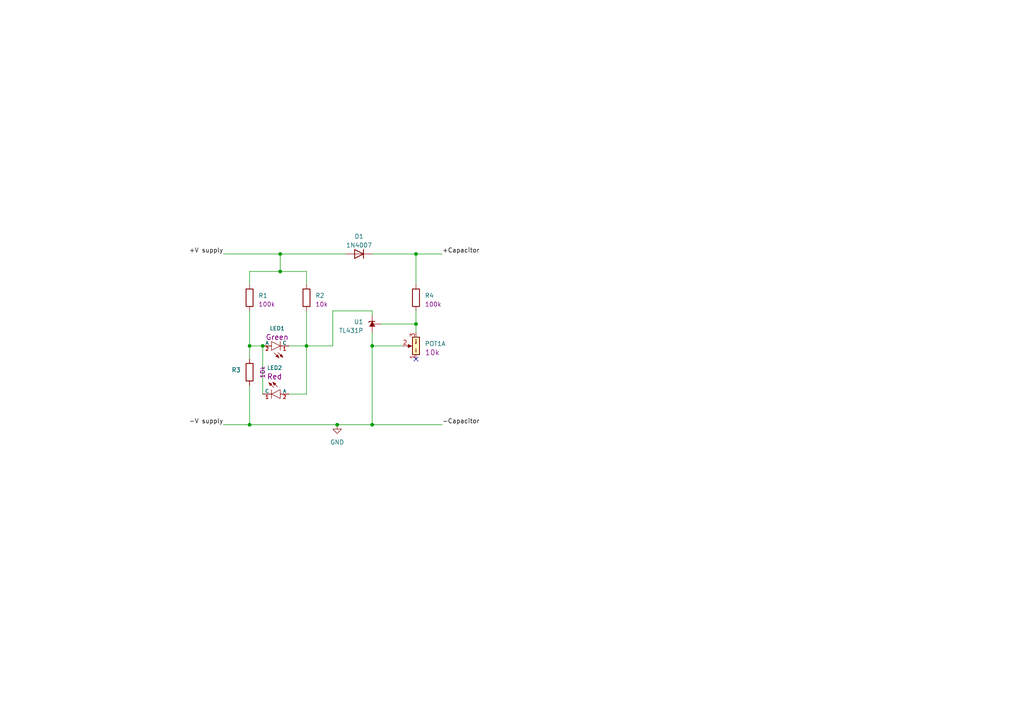
<source format=kicad_sch>
(kicad_sch (version 20230121) (generator eeschema)

  (uuid 0c06ab39-fe79-46ec-9906-1a049a5c066c)

  (paper "A4")

  (lib_symbols
    (symbol "Diode:1N4007" (pin_numbers hide) (pin_names hide) (in_bom yes) (on_board yes)
      (property "Reference" "D" (at 0 2.54 0)
        (effects (font (size 1.27 1.27)))
      )
      (property "Value" "1N4007" (at 0 -2.54 0)
        (effects (font (size 1.27 1.27)))
      )
      (property "Footprint" "Diode_THT:D_DO-41_SOD81_P10.16mm_Horizontal" (at 0 -4.445 0)
        (effects (font (size 1.27 1.27)) hide)
      )
      (property "Datasheet" "http://www.vishay.com/docs/88503/1n4001.pdf" (at 0 0 0)
        (effects (font (size 1.27 1.27)) hide)
      )
      (property "Sim.Device" "D" (at 0 0 0)
        (effects (font (size 1.27 1.27)) hide)
      )
      (property "Sim.Pins" "1=K 2=A" (at 0 0 0)
        (effects (font (size 1.27 1.27)) hide)
      )
      (property "ki_keywords" "diode" (at 0 0 0)
        (effects (font (size 1.27 1.27)) hide)
      )
      (property "ki_description" "1000V 1A General Purpose Rectifier Diode, DO-41" (at 0 0 0)
        (effects (font (size 1.27 1.27)) hide)
      )
      (property "ki_fp_filters" "D*DO?41*" (at 0 0 0)
        (effects (font (size 1.27 1.27)) hide)
      )
      (symbol "1N4007_0_1"
        (polyline
          (pts
            (xy -1.27 1.27)
            (xy -1.27 -1.27)
          )
          (stroke (width 0.254) (type default))
          (fill (type none))
        )
        (polyline
          (pts
            (xy 1.27 0)
            (xy -1.27 0)
          )
          (stroke (width 0) (type default))
          (fill (type none))
        )
        (polyline
          (pts
            (xy 1.27 1.27)
            (xy 1.27 -1.27)
            (xy -1.27 0)
            (xy 1.27 1.27)
          )
          (stroke (width 0.254) (type default))
          (fill (type none))
        )
      )
      (symbol "1N4007_1_1"
        (pin passive line (at -3.81 0 0) (length 2.54)
          (name "K" (effects (font (size 1.27 1.27))))
          (number "1" (effects (font (size 1.27 1.27))))
        )
        (pin passive line (at 3.81 0 180) (length 2.54)
          (name "A" (effects (font (size 1.27 1.27))))
          (number "2" (effects (font (size 1.27 1.27))))
        )
      )
    )
    (symbol "PCM_4ms_LED:Green_350mcd_0603" (pin_names (offset 0)) (in_bom yes) (on_board yes)
      (property "Reference" "LED" (at -1.27 -5.08 0)
        (effects (font (size 1.143 1.143)) (justify left bottom))
      )
      (property "Value" "Green_350mcd_0603" (at -6.35 5.08 0)
        (effects (font (size 1.143 1.143)) (justify left bottom) hide)
      )
      (property "Footprint" "4ms_LED:LED_0603_1608Metric" (at 0.762 3.81 0)
        (effects (font (size 0.508 0.508)) hide)
      )
      (property "Datasheet" "" (at 0 0 0)
        (effects (font (size 1.524 1.524)) hide)
      )
      (property "ID" "" (at -2.54 -6.35 0)
        (effects (font (size 1.27 1.27)) (justify left) hide)
      )
      (property "Specifications" "SMD True Green LED" (at -2.54 -7.874 0)
        (effects (font (size 1.27 1.27)) (justify left) hide)
      )
      (property "Manufacturer" "Inolux" (at -2.54 -9.398 0)
        (effects (font (size 1.27 1.27)) (justify left) hide)
      )
      (property "Part Number" "IN-S63AT5G" (at -2.54 -10.922 0)
        (effects (font (size 1.27 1.27)) (justify left) hide)
      )
      (property "Display" "Green" (at 0 -2.54 0)
        (effects (font (size 1.524 1.524)))
      )
      (property "ki_keywords" "Green_350mcd_0603" (at 0 0 0)
        (effects (font (size 1.27 1.27)) hide)
      )
      (property "ki_description" "SMD True Green LED" (at 0 0 0)
        (effects (font (size 1.27 1.27)) hide)
      )
      (property "ki_fp_filters" "*LED*C1*A2*" (at 0 0 0)
        (effects (font (size 1.27 1.27)) hide)
      )
      (symbol "Green_350mcd_0603_1_0"
        (polyline
          (pts
            (xy 0 -1.27)
            (xy 0 0)
          )
          (stroke (width 0) (type default))
          (fill (type none))
        )
        (polyline
          (pts
            (xy 0 0)
            (xy 0 1.27)
          )
          (stroke (width 0) (type default))
          (fill (type none))
        )
        (polyline
          (pts
            (xy 0 0)
            (xy 2.54 1.27)
          )
          (stroke (width 0) (type default))
          (fill (type none))
        )
        (polyline
          (pts
            (xy 0.635 1.905)
            (xy -0.762 3.302)
          )
          (stroke (width 0) (type default))
          (fill (type none))
        )
        (polyline
          (pts
            (xy 1.778 2.032)
            (xy 0.381 3.429)
          )
          (stroke (width 0) (type default))
          (fill (type none))
        )
        (polyline
          (pts
            (xy 2.54 -1.27)
            (xy 0 0)
          )
          (stroke (width 0) (type default))
          (fill (type none))
        )
        (polyline
          (pts
            (xy 2.54 -1.27)
            (xy 2.54 1.27)
          )
          (stroke (width 0) (type default))
          (fill (type none))
        )
      )
      (symbol "Green_350mcd_0603_1_1"
        (polyline
          (pts
            (xy -0.762 3.302)
            (xy 0.127 2.921)
            (xy 0.127 2.921)
            (xy -0.381 2.413)
            (xy -0.381 2.413)
            (xy -0.762 3.302)
          )
          (stroke (width 0) (type default))
          (fill (type outline))
        )
        (polyline
          (pts
            (xy 0.381 3.429)
            (xy 1.27 3.048)
            (xy 1.27 3.048)
            (xy 0.762 2.54)
            (xy 0.762 2.54)
            (xy 0.381 3.429)
          )
          (stroke (width 0) (type default))
          (fill (type outline))
        )
        (pin passive line (at -2.54 0 0) (length 2.54)
          (name "C" (effects (font (size 1.016 1.016))))
          (number "1" (effects (font (size 1.016 1.016))))
        )
        (pin passive line (at 5.08 0 180) (length 2.54)
          (name "A" (effects (font (size 1.016 1.016))))
          (number "2" (effects (font (size 1.016 1.016))))
        )
      )
    )
    (symbol "PCM_4ms_LED:Red_100mcd_0603" (pin_names (offset 0)) (in_bom yes) (on_board yes)
      (property "Reference" "LED" (at -1.27 -5.08 0)
        (effects (font (size 1.143 1.143)) (justify left bottom))
      )
      (property "Value" "Red_100mcd_0603" (at -8.89 5.08 0)
        (effects (font (size 1.143 1.143)) (justify left bottom) hide)
      )
      (property "Footprint" "4ms_LED:LED_0603_1608Metric" (at 0.762 3.81 0)
        (effects (font (size 0.508 0.508)) hide)
      )
      (property "Datasheet" "" (at 0 0 0)
        (effects (font (size 1.524 1.524)) hide)
      )
      (property "ID" "" (at -2.54 -6.35 0)
        (effects (font (size 1.27 1.27)) (justify left) hide)
      )
      (property "Specifications" "LED Red 0603 Lum>=100mcd @ 20mA" (at -2.54 -7.874 0)
        (effects (font (size 1.27 1.27)) (justify left) hide)
      )
      (property "Manufacturer" "Kingbright" (at -2.54 -9.398 0)
        (effects (font (size 1.27 1.27)) (justify left) hide)
      )
      (property "Part Number" "AP1608SRCPRV" (at -2.54 -10.922 0)
        (effects (font (size 1.27 1.27)) (justify left) hide)
      )
      (property "Display" "Red" (at 0 -2.54 0)
        (effects (font (size 1.524 1.524)))
      )
      (property "Manufacturer 2" "Inolux" (at 0.635 -12.7 0)
        (effects (font (size 1.27 1.27)) hide)
      )
      (property "Part Number 2" "IN-S63BTR" (at 2.54 -14.605 0)
        (effects (font (size 1.27 1.27)) hide)
      )
      (property "Manufacturer 3" "Kingbright" (at 1.905 -16.51 0)
        (effects (font (size 1.27 1.27)) hide)
      )
      (property "Part Number 3" "AP1608SURCK" (at 3.81 -18.415 0)
        (effects (font (size 1.27 1.27)) hide)
      )
      (property "Manufacturer 4" "OSRAM Opto" (at 0 -20.32 0)
        (effects (font (size 1.27 1.27)) hide)
      )
      (property "Part Number 4" "LS Q976-NR-1" (at 0 -22.225 0)
        (effects (font (size 1.27 1.27)) hide)
      )
      (property "ki_keywords" "Red_100mcd_0603" (at 0 0 0)
        (effects (font (size 1.27 1.27)) hide)
      )
      (property "ki_description" "LED Red 0603 Lum>=100mcd @ 20mA" (at 0 0 0)
        (effects (font (size 1.27 1.27)) hide)
      )
      (property "ki_fp_filters" "*LED*C1*A2*" (at 0 0 0)
        (effects (font (size 1.27 1.27)) hide)
      )
      (symbol "Red_100mcd_0603_1_0"
        (polyline
          (pts
            (xy 0 -1.27)
            (xy 0 0)
          )
          (stroke (width 0) (type default))
          (fill (type none))
        )
        (polyline
          (pts
            (xy 0 0)
            (xy 0 1.27)
          )
          (stroke (width 0) (type default))
          (fill (type none))
        )
        (polyline
          (pts
            (xy 0 0)
            (xy 2.54 1.27)
          )
          (stroke (width 0) (type default))
          (fill (type none))
        )
        (polyline
          (pts
            (xy 0.635 1.905)
            (xy -0.762 3.302)
          )
          (stroke (width 0) (type default))
          (fill (type none))
        )
        (polyline
          (pts
            (xy 1.778 2.032)
            (xy 0.381 3.429)
          )
          (stroke (width 0) (type default))
          (fill (type none))
        )
        (polyline
          (pts
            (xy 2.54 -1.27)
            (xy 0 0)
          )
          (stroke (width 0) (type default))
          (fill (type none))
        )
        (polyline
          (pts
            (xy 2.54 -1.27)
            (xy 2.54 1.27)
          )
          (stroke (width 0) (type default))
          (fill (type none))
        )
      )
      (symbol "Red_100mcd_0603_1_1"
        (polyline
          (pts
            (xy -0.762 3.302)
            (xy 0.127 2.921)
            (xy 0.127 2.921)
            (xy -0.381 2.413)
            (xy -0.381 2.413)
            (xy -0.762 3.302)
          )
          (stroke (width 0) (type default))
          (fill (type outline))
        )
        (polyline
          (pts
            (xy 0.381 3.429)
            (xy 1.27 3.048)
            (xy 1.27 3.048)
            (xy 0.762 2.54)
            (xy 0.762 2.54)
            (xy 0.381 3.429)
          )
          (stroke (width 0) (type default))
          (fill (type outline))
        )
        (pin passive line (at -2.54 0 0) (length 2.54)
          (name "C" (effects (font (size 1.016 1.016))))
          (number "1" (effects (font (size 1.016 1.016))))
        )
        (pin passive line (at 5.08 0 180) (length 2.54)
          (name "A" (effects (font (size 1.016 1.016))))
          (number "2" (effects (font (size 1.016 1.016))))
        )
      )
    )
    (symbol "PCM_4ms_Potentiometer:9mm_NoDet_10k_DShaft" (pin_names (offset 1.016) hide) (in_bom yes) (on_board yes)
      (property "Reference" "POT" (at -4.572 -0.127 90)
        (effects (font (size 1.27 1.27)))
      )
      (property "Value" "9mm_NoDet_10k_DShaft" (at 0 6.35 0)
        (effects (font (size 1.27 1.27)) hide)
      )
      (property "Footprint" "4ms_Potentiometer:Pot_9mm_DShaft" (at 21.1582 -4.8006 0)
        (effects (font (size 1.27 1.27)) hide)
      )
      (property "Datasheet" "" (at 0 0 0)
        (effects (font (size 1.27 1.27)) hide)
      )
      (property "Specifications" "10k Linear, 9mm pot, No Detent, D-Shaft" (at -2.54 -7.874 0)
        (effects (font (size 1.27 1.27)) (justify left) hide)
      )
      (property "Manufacturer" " Alpha Taiwan " (at -2.54 -9.398 0)
        (effects (font (size 1.27 1.27)) (justify left) hide)
      )
      (property "Part Number" " RV09BCF-40-25F-B10K-007 " (at -2.54 -10.922 0)
        (effects (font (size 1.27 1.27)) (justify left) hide)
      )
      (property "Display" "10k" (at -2.794 0 90)
        (effects (font (size 1.524 1.524)))
      )
      (property "ki_locked" "" (at 0 0 0)
        (effects (font (size 1.27 1.27)))
      )
      (property "ki_keywords" "9mm_NoDet_10k_DShaft" (at 0 0 0)
        (effects (font (size 1.27 1.27)) hide)
      )
      (property "ki_description" "10k Linear, 9mm pot, No Detent, D-Shaft" (at 0 0 0)
        (effects (font (size 1.27 1.27)) hide)
      )
      (property "ki_fp_filters" "Potentiometer*" (at 0 0 0)
        (effects (font (size 1.27 1.27)) hide)
      )
      (symbol "9mm_NoDet_10k_DShaft_1_1"
        (polyline
          (pts
            (xy 2.54 0)
            (xy 1.524 0)
          )
          (stroke (width 0) (type default))
          (fill (type none))
        )
        (polyline
          (pts
            (xy 1.143 0)
            (xy 2.286 0.508)
            (xy 2.286 -0.508)
          )
          (stroke (width 0) (type default))
          (fill (type outline))
        )
        (rectangle (start 1.016 2.54) (end -1.016 -2.54)
          (stroke (width 0.254) (type default))
          (fill (type background))
        )
        (text "Left/1" (at 0 1.27 900)
          (effects (font (size 0.254 0.254)))
        )
        (text "Right/3" (at 0 -1.27 900)
          (effects (font (size 0.254 0.254)))
        )
        (pin passive line (at 0 3.81 270) (length 1.27)
          (name "Left" (effects (font (size 1.27 1.27))))
          (number "1" (effects (font (size 1.27 1.27))))
        )
        (pin passive line (at 3.81 0 180) (length 1.27)
          (name "Center" (effects (font (size 1.27 1.27))))
          (number "2" (effects (font (size 1.27 1.27))))
        )
        (pin passive line (at 0 -3.81 90) (length 1.27)
          (name "Right" (effects (font (size 1.27 1.27))))
          (number "3" (effects (font (size 1.27 1.27))))
        )
      )
      (symbol "9mm_NoDet_10k_DShaft_2_1"
        (rectangle (start -2.54 0) (end -1.27 0)
          (stroke (width 0.254) (type default))
          (fill (type none))
        )
        (rectangle (start 1.016 2.54) (end -1.016 -2.54)
          (stroke (width 0.254) (type default))
          (fill (type background))
        )
        (rectangle (start 1.27 0) (end 2.54 0)
          (stroke (width 0.254) (type default))
          (fill (type none))
        )
        (pin passive line (at -2.54 -1.27 90) (length 1.27)
          (name "Tab1" (effects (font (size 1.27 1.27))))
          (number "4" (effects (font (size 1.27 1.27))))
        )
        (pin passive line (at 2.54 -1.27 90) (length 1.27)
          (name "Tab2" (effects (font (size 1.27 1.27))))
          (number "5" (effects (font (size 1.27 1.27))))
        )
      )
    )
    (symbol "PCM_4ms_Power-symbol:GND" (power) (pin_names (offset 0)) (in_bom yes) (on_board yes)
      (property "Reference" "#PWR" (at 0 -6.35 0)
        (effects (font (size 1.27 1.27)) hide)
      )
      (property "Value" "GND" (at 0 -3.81 0)
        (effects (font (size 1.27 1.27)))
      )
      (property "Footprint" "" (at 0 0 0)
        (effects (font (size 1.27 1.27)) hide)
      )
      (property "Datasheet" "" (at 0 0 0)
        (effects (font (size 1.27 1.27)) hide)
      )
      (symbol "GND_0_1"
        (polyline
          (pts
            (xy 0 0)
            (xy 0 -1.27)
            (xy 1.27 -1.27)
            (xy 0 -2.54)
            (xy -1.27 -1.27)
            (xy 0 -1.27)
          )
          (stroke (width 0) (type default))
          (fill (type none))
        )
      )
      (symbol "GND_1_1"
        (pin power_in line (at 0 0 270) (length 0) hide
          (name "GND" (effects (font (size 1.27 1.27))))
          (number "1" (effects (font (size 1.27 1.27))))
        )
      )
    )
    (symbol "PCM_4ms_Resistor:100k_0603" (pin_numbers hide) (pin_names (offset 0)) (in_bom yes) (on_board yes)
      (property "Reference" "R" (at 2.032 0 90)
        (effects (font (size 1.27 1.27)))
      )
      (property "Value" "100k_0603" (at -2.54 0 90)
        (effects (font (size 1.27 1.27)) hide)
      )
      (property "Footprint" "4ms_Resistor:R_0603" (at -2.54 -12.7 0)
        (effects (font (size 1.27 1.27)) (justify left) hide)
      )
      (property "Datasheet" "" (at 0 0 0)
        (effects (font (size 1.27 1.27)) hide)
      )
      (property "Specifications" "100K, 1%, 1/10W, 0603" (at -2.54 -7.874 0)
        (effects (font (size 1.27 1.27)) (justify left) hide)
      )
      (property "Manufacturer" "Yageo" (at -2.54 -9.398 0)
        (effects (font (size 1.27 1.27)) (justify left) hide)
      )
      (property "Part Number" "RC0603FR-07100KL" (at -2.54 -10.922 0)
        (effects (font (size 1.27 1.27)) (justify left) hide)
      )
      (property "Display" "100k" (at 3.81 0 90)
        (effects (font (size 1.27 1.27)))
      )
      (property "JLCPCB ID" "C25803" (at 1.27 -15.24 0)
        (effects (font (size 1.27 1.27)) hide)
      )
      (property "ki_keywords" "100k_0603" (at 0 0 0)
        (effects (font (size 1.27 1.27)) hide)
      )
      (property "ki_description" "100K, 1%, 1/10W, 0603" (at 0 0 0)
        (effects (font (size 1.27 1.27)) hide)
      )
      (property "ki_fp_filters" "R_* R_*" (at 0 0 0)
        (effects (font (size 1.27 1.27)) hide)
      )
      (symbol "100k_0603_0_1"
        (rectangle (start -1.016 -2.54) (end 1.016 2.54)
          (stroke (width 0.254) (type default))
          (fill (type none))
        )
      )
      (symbol "100k_0603_1_1"
        (pin passive line (at 0 3.81 270) (length 1.27)
          (name "~" (effects (font (size 1.27 1.27))))
          (number "1" (effects (font (size 1.27 1.27))))
        )
        (pin passive line (at 0 -3.81 90) (length 1.27)
          (name "~" (effects (font (size 1.27 1.27))))
          (number "2" (effects (font (size 1.27 1.27))))
        )
      )
    )
    (symbol "PCM_4ms_Resistor:10k_0603" (pin_numbers hide) (pin_names (offset 0)) (in_bom yes) (on_board yes)
      (property "Reference" "R" (at 2.032 0 90)
        (effects (font (size 1.27 1.27)))
      )
      (property "Value" "10k_0603" (at -2.54 0 90)
        (effects (font (size 1.27 1.27)) hide)
      )
      (property "Footprint" "4ms_Resistor:R_0603" (at -2.54 -12.7 0)
        (effects (font (size 1.27 1.27)) (justify left) hide)
      )
      (property "Datasheet" "" (at 0 0 0)
        (effects (font (size 1.27 1.27)) hide)
      )
      (property "Specifications" "10K, 1%, 1/10W, 0603" (at -2.54 -7.874 0)
        (effects (font (size 1.27 1.27)) (justify left) hide)
      )
      (property "Manufacturer" "Yageo" (at -2.54 -9.398 0)
        (effects (font (size 1.27 1.27)) (justify left) hide)
      )
      (property "Part Number" "RC0603FR-0710KL" (at -2.54 -10.922 0)
        (effects (font (size 1.27 1.27)) (justify left) hide)
      )
      (property "Display" "10k" (at 3.81 0 90)
        (effects (font (size 1.27 1.27)))
      )
      (property "JLCPCB ID" "C25804" (at 0 0 0)
        (effects (font (size 1.27 1.27)) hide)
      )
      (property "ki_keywords" "10k_0603" (at 0 0 0)
        (effects (font (size 1.27 1.27)) hide)
      )
      (property "ki_description" "10K, 1%, 1/10W, 0603" (at 0 0 0)
        (effects (font (size 1.27 1.27)) hide)
      )
      (property "ki_fp_filters" "R_* R_*" (at 0 0 0)
        (effects (font (size 1.27 1.27)) hide)
      )
      (symbol "10k_0603_0_1"
        (rectangle (start -1.016 -2.54) (end 1.016 2.54)
          (stroke (width 0.254) (type default))
          (fill (type none))
        )
      )
      (symbol "10k_0603_1_1"
        (pin passive line (at 0 3.81 270) (length 1.27)
          (name "~" (effects (font (size 1.27 1.27))))
          (number "1" (effects (font (size 1.27 1.27))))
        )
        (pin passive line (at 0 -3.81 90) (length 1.27)
          (name "~" (effects (font (size 1.27 1.27))))
          (number "2" (effects (font (size 1.27 1.27))))
        )
      )
    )
    (symbol "Reference_Voltage:TL431P" (pin_numbers hide) (pin_names hide) (in_bom yes) (on_board yes)
      (property "Reference" "U" (at -2.54 2.54 0)
        (effects (font (size 1.27 1.27)))
      )
      (property "Value" "TL431P" (at 0 -2.54 0)
        (effects (font (size 1.27 1.27)))
      )
      (property "Footprint" "Package_DIP:DIP-8_W7.62mm" (at 0 -3.81 0)
        (effects (font (size 1.27 1.27) italic) hide)
      )
      (property "Datasheet" "http://www.ti.com/lit/ds/symlink/tl431.pdf" (at 0 0 0)
        (effects (font (size 1.27 1.27) italic) hide)
      )
      (property "ki_keywords" "diode device shunt regulator" (at 0 0 0)
        (effects (font (size 1.27 1.27)) hide)
      )
      (property "ki_description" "Shunt Regulator, PDIP-8" (at 0 0 0)
        (effects (font (size 1.27 1.27)) hide)
      )
      (property "ki_fp_filters" "DIP*W7.62mm*" (at 0 0 0)
        (effects (font (size 1.27 1.27)) hide)
      )
      (symbol "TL431P_0_1"
        (polyline
          (pts
            (xy -1.27 0)
            (xy 0 0)
            (xy 1.27 0)
          )
          (stroke (width 0) (type default))
          (fill (type none))
        )
        (polyline
          (pts
            (xy -0.762 0.762)
            (xy 0.762 0)
            (xy -0.762 -0.762)
          )
          (stroke (width 0) (type default))
          (fill (type outline))
        )
        (polyline
          (pts
            (xy 0.508 -1.016)
            (xy 0.762 -0.762)
            (xy 0.762 0.762)
            (xy 0.762 0.762)
          )
          (stroke (width 0.254) (type default))
          (fill (type none))
        )
      )
      (symbol "TL431P_1_1"
        (pin passive line (at 2.54 0 180) (length 1.27)
          (name "K" (effects (font (size 1.27 1.27))))
          (number "1" (effects (font (size 1.27 1.27))))
        )
        (pin passive line (at -2.54 0 0) (length 1.27)
          (name "A" (effects (font (size 1.27 1.27))))
          (number "6" (effects (font (size 1.27 1.27))))
        )
        (pin passive line (at 0 2.54 270) (length 2.54)
          (name "REF" (effects (font (size 1.27 1.27))))
          (number "8" (effects (font (size 1.27 1.27))))
        )
      )
    )
  )

  (junction (at 88.9 100.33) (diameter 0) (color 0 0 0 0)
    (uuid 02e1fb83-cb1f-45c7-bbcc-bc0d004279ab)
  )
  (junction (at 72.39 100.33) (diameter 0) (color 0 0 0 0)
    (uuid 57706ba8-e825-40e2-950a-c1e9d6fe613d)
  )
  (junction (at 107.95 100.33) (diameter 0) (color 0 0 0 0)
    (uuid 91ee6fcf-8d21-47a1-83f9-761b3ae78934)
  )
  (junction (at 120.65 73.66) (diameter 0) (color 0 0 0 0)
    (uuid a6fbe0d0-2597-4673-bf65-9da9b497127e)
  )
  (junction (at 107.95 123.19) (diameter 0) (color 0 0 0 0)
    (uuid b669d69d-e50d-4e89-8d09-446de3f55745)
  )
  (junction (at 81.28 78.74) (diameter 0) (color 0 0 0 0)
    (uuid c3f6d501-62cc-431f-88f3-01b8992eaa30)
  )
  (junction (at 81.28 73.66) (diameter 0) (color 0 0 0 0)
    (uuid ceceb3f2-8950-4e53-8a77-4061d48fc0f8)
  )
  (junction (at 72.39 123.19) (diameter 0) (color 0 0 0 0)
    (uuid d9a78f3b-c547-4cc7-a461-44e6d9294027)
  )
  (junction (at 97.79 123.19) (diameter 0) (color 0 0 0 0)
    (uuid ddd1fa98-17c2-4f03-89c3-6031c717e0f9)
  )
  (junction (at 76.2 100.33) (diameter 0) (color 0 0 0 0)
    (uuid ea66ca96-5d0f-44ce-b231-50c5f6e9921e)
  )
  (junction (at 120.65 93.98) (diameter 0) (color 0 0 0 0)
    (uuid f60e5efc-d15e-4b53-8ce6-74a855eb32c1)
  )

  (no_connect (at 120.65 104.14) (uuid 1d49d1b8-a119-4592-b8f8-0ecd53caa7bf))

  (wire (pts (xy 120.65 73.66) (xy 128.27 73.66))
    (stroke (width 0) (type default))
    (uuid 0b82723f-7e0e-4a75-bb9d-cafbe08de2d5)
  )
  (wire (pts (xy 88.9 78.74) (xy 81.28 78.74))
    (stroke (width 0) (type default))
    (uuid 0f6592b1-5c54-490c-8cad-b2ee3aaa5ad3)
  )
  (wire (pts (xy 107.95 96.52) (xy 107.95 100.33))
    (stroke (width 0) (type default))
    (uuid 126a2ef6-0af8-4bc3-aeb9-831e497c5a1a)
  )
  (wire (pts (xy 97.79 123.19) (xy 107.95 123.19))
    (stroke (width 0) (type default))
    (uuid 20f22f1b-be2d-4e08-8d4a-8cda2f2b50de)
  )
  (wire (pts (xy 72.39 111.76) (xy 72.39 123.19))
    (stroke (width 0) (type default))
    (uuid 2564789c-a845-4ec1-ad11-7094ada04175)
  )
  (wire (pts (xy 72.39 90.17) (xy 72.39 100.33))
    (stroke (width 0) (type default))
    (uuid 27a8d089-26c2-4c33-89c5-8e98430897ec)
  )
  (wire (pts (xy 88.9 90.17) (xy 88.9 100.33))
    (stroke (width 0) (type default))
    (uuid 2b2763d6-0817-4fd9-a113-9af89302a13e)
  )
  (wire (pts (xy 72.39 78.74) (xy 72.39 82.55))
    (stroke (width 0) (type default))
    (uuid 2b85ea5c-67ef-4dee-8524-d58534b912cb)
  )
  (wire (pts (xy 76.2 100.33) (xy 76.2 114.3))
    (stroke (width 0) (type default))
    (uuid 2be565f4-44ee-44e7-b619-005e74bb6041)
  )
  (wire (pts (xy 64.77 73.66) (xy 81.28 73.66))
    (stroke (width 0) (type default))
    (uuid 2e95c6c9-e434-4dcc-a684-e719b83a0543)
  )
  (wire (pts (xy 88.9 114.3) (xy 83.82 114.3))
    (stroke (width 0) (type default))
    (uuid 362cb8bd-62ba-4e90-9093-7ba1fa23fd5d)
  )
  (wire (pts (xy 64.77 123.19) (xy 72.39 123.19))
    (stroke (width 0) (type default))
    (uuid 3cab77f2-fc2a-4cf6-b630-177a6073d32f)
  )
  (wire (pts (xy 107.95 73.66) (xy 120.65 73.66))
    (stroke (width 0) (type default))
    (uuid 3ee64be8-e497-4d38-ad67-945380c2ccbb)
  )
  (wire (pts (xy 96.52 90.17) (xy 96.52 100.33))
    (stroke (width 0) (type default))
    (uuid 445aec77-9b65-431a-9b3a-2bfc6ee9fd6b)
  )
  (wire (pts (xy 72.39 100.33) (xy 76.2 100.33))
    (stroke (width 0) (type default))
    (uuid 5768501c-6907-4cc0-9a00-2185a030ec7b)
  )
  (wire (pts (xy 72.39 123.19) (xy 97.79 123.19))
    (stroke (width 0) (type default))
    (uuid 5f6112ee-db0c-46b0-8e2b-a8e11d76bc59)
  )
  (wire (pts (xy 81.28 73.66) (xy 81.28 78.74))
    (stroke (width 0) (type default))
    (uuid 65a85479-942f-42a4-8d17-4748de7a0d85)
  )
  (wire (pts (xy 120.65 90.17) (xy 120.65 93.98))
    (stroke (width 0) (type default))
    (uuid 7827e75d-ab6f-4424-ad6e-c6725cf86456)
  )
  (wire (pts (xy 81.28 78.74) (xy 72.39 78.74))
    (stroke (width 0) (type default))
    (uuid 7a5ce96c-43e7-4d3f-9249-00c61edf5fac)
  )
  (wire (pts (xy 120.65 73.66) (xy 120.65 82.55))
    (stroke (width 0) (type default))
    (uuid 97c90f9e-1e5d-47fd-9468-d01c4a49bb33)
  )
  (wire (pts (xy 88.9 100.33) (xy 88.9 114.3))
    (stroke (width 0) (type default))
    (uuid 98d9a4fb-b48b-47a4-8685-eb473125ce8d)
  )
  (wire (pts (xy 120.65 93.98) (xy 120.65 96.52))
    (stroke (width 0) (type default))
    (uuid 9fc089a6-63a7-4d2b-9bfa-43bb2d63bb9d)
  )
  (wire (pts (xy 107.95 90.17) (xy 96.52 90.17))
    (stroke (width 0) (type default))
    (uuid 9fdb94c4-d390-43be-8ca8-b160bc204244)
  )
  (wire (pts (xy 88.9 100.33) (xy 96.52 100.33))
    (stroke (width 0) (type default))
    (uuid c658425b-bef8-442b-a3b5-0f5db84b6a91)
  )
  (wire (pts (xy 107.95 100.33) (xy 116.84 100.33))
    (stroke (width 0) (type default))
    (uuid c8356b2d-2f10-4be3-9f8c-4510727c7b28)
  )
  (wire (pts (xy 107.95 100.33) (xy 107.95 123.19))
    (stroke (width 0) (type default))
    (uuid d19d9194-88a8-43c7-9621-cde71ef3db5d)
  )
  (wire (pts (xy 72.39 100.33) (xy 72.39 104.14))
    (stroke (width 0) (type default))
    (uuid d25f0078-0ff0-437a-bb8a-cc7b55373b69)
  )
  (wire (pts (xy 107.95 91.44) (xy 107.95 90.17))
    (stroke (width 0) (type default))
    (uuid d519d64b-1e27-4942-a8ec-2994dd7d3b16)
  )
  (wire (pts (xy 110.49 93.98) (xy 120.65 93.98))
    (stroke (width 0) (type default))
    (uuid d605c5bf-6131-4d68-8344-ba9534bd3ada)
  )
  (wire (pts (xy 76.2 100.33) (xy 77.47 100.33))
    (stroke (width 0) (type default))
    (uuid e162db42-fbd2-4903-9d8b-f1dd01809115)
  )
  (wire (pts (xy 107.95 123.19) (xy 128.27 123.19))
    (stroke (width 0) (type default))
    (uuid e251f861-7a50-44e6-bab6-c4e717d40f03)
  )
  (wire (pts (xy 81.28 73.66) (xy 100.33 73.66))
    (stroke (width 0) (type default))
    (uuid e7a1d426-1277-4372-aa6c-f6aac7a8c389)
  )
  (wire (pts (xy 83.82 100.33) (xy 88.9 100.33))
    (stroke (width 0) (type default))
    (uuid ec63c826-3592-488a-9fb6-2a11c5b3819b)
  )
  (wire (pts (xy 88.9 82.55) (xy 88.9 78.74))
    (stroke (width 0) (type default))
    (uuid ee908ce0-9df5-445a-b36b-54322dd74a40)
  )

  (label "-V supply" (at 64.77 123.19 180) (fields_autoplaced)
    (effects (font (size 1.27 1.27)) (justify right bottom))
    (uuid 078fa6cc-3e8a-4971-9378-dcda1b7e13cf)
  )
  (label "+V supply" (at 64.77 73.66 180) (fields_autoplaced)
    (effects (font (size 1.27 1.27)) (justify right bottom))
    (uuid 23d925d9-b462-414f-971b-280d6a1a93bf)
  )
  (label "-Capacitor" (at 128.27 123.19 0) (fields_autoplaced)
    (effects (font (size 1.27 1.27)) (justify left bottom))
    (uuid 3b4c9254-e4ee-4ed2-8ea8-0c7c36035047)
  )
  (label "+Capacitor" (at 128.27 73.66 0) (fields_autoplaced)
    (effects (font (size 1.27 1.27)) (justify left bottom))
    (uuid d12c291c-0d45-4501-b335-8bc78ed55e6c)
  )

  (symbol (lib_id "Diode:1N4007") (at 104.14 73.66 180) (unit 1)
    (in_bom yes) (on_board yes) (dnp no) (fields_autoplaced)
    (uuid 026fe98e-a0ed-4a94-b1e3-cd9340c30e22)
    (property "Reference" "D1" (at 104.14 68.58 0)
      (effects (font (size 1.27 1.27)))
    )
    (property "Value" "1N4007" (at 104.14 71.12 0)
      (effects (font (size 1.27 1.27)))
    )
    (property "Footprint" "Diode_THT:D_DO-41_SOD81_P10.16mm_Horizontal" (at 104.14 69.215 0)
      (effects (font (size 1.27 1.27)) hide)
    )
    (property "Datasheet" "http://www.vishay.com/docs/88503/1n4001.pdf" (at 104.14 73.66 0)
      (effects (font (size 1.27 1.27)) hide)
    )
    (property "Sim.Device" "D" (at 104.14 73.66 0)
      (effects (font (size 1.27 1.27)) hide)
    )
    (property "Sim.Pins" "1=K 2=A" (at 104.14 73.66 0)
      (effects (font (size 1.27 1.27)) hide)
    )
    (pin "1" (uuid 6c733dfb-087b-48d4-ba17-d2b46137c2c4))
    (pin "2" (uuid 503bdff4-5c4a-4a26-9405-5ee1ed54fd63))
    (instances
      (project "Charging circuit"
        (path "/0c06ab39-fe79-46ec-9906-1a049a5c066c"
          (reference "D1") (unit 1)
        )
      )
    )
  )

  (symbol (lib_id "PCM_4ms_Power-symbol:GND") (at 97.79 123.19 0) (unit 1)
    (in_bom yes) (on_board yes) (dnp no) (fields_autoplaced)
    (uuid 1a23c51f-21ab-4e9d-9f45-a287a727fb95)
    (property "Reference" "#PWR01" (at 97.79 129.54 0)
      (effects (font (size 1.27 1.27)) hide)
    )
    (property "Value" "GND" (at 97.79 128.27 0)
      (effects (font (size 1.27 1.27)))
    )
    (property "Footprint" "" (at 97.79 123.19 0)
      (effects (font (size 1.27 1.27)) hide)
    )
    (property "Datasheet" "" (at 97.79 123.19 0)
      (effects (font (size 1.27 1.27)) hide)
    )
    (pin "1" (uuid 8ddc3c91-b769-490e-b843-74a462edc314))
    (instances
      (project "Charging circuit"
        (path "/0c06ab39-fe79-46ec-9906-1a049a5c066c"
          (reference "#PWR01") (unit 1)
        )
      )
    )
  )

  (symbol (lib_id "PCM_4ms_LED:Green_350mcd_0603") (at 81.28 100.33 180) (unit 1)
    (in_bom yes) (on_board yes) (dnp no) (fields_autoplaced)
    (uuid 2d136b0b-f35d-42d9-b49d-69c5b5e1e2c5)
    (property "Reference" "LED1" (at 80.391 95.25 0)
      (effects (font (size 1.143 1.143)))
    )
    (property "Value" "Green_350mcd_0603" (at 87.63 105.41 0)
      (effects (font (size 1.143 1.143)) (justify left bottom) hide)
    )
    (property "Footprint" "4ms_LED:LED_0603_1608Metric" (at 80.518 104.14 0)
      (effects (font (size 0.508 0.508)) hide)
    )
    (property "Datasheet" "" (at 81.28 100.33 0)
      (effects (font (size 1.524 1.524)) hide)
    )
    (property "ID" "" (at 83.82 93.98 0)
      (effects (font (size 1.27 1.27)) (justify left) hide)
    )
    (property "Specifications" "SMD True Green LED" (at 83.82 92.456 0)
      (effects (font (size 1.27 1.27)) (justify left) hide)
    )
    (property "Manufacturer" "Inolux" (at 83.82 90.932 0)
      (effects (font (size 1.27 1.27)) (justify left) hide)
    )
    (property "Part Number" "IN-S63AT5G" (at 83.82 89.408 0)
      (effects (font (size 1.27 1.27)) (justify left) hide)
    )
    (property "Display" "Green" (at 80.391 97.79 0)
      (effects (font (size 1.524 1.524)))
    )
    (pin "1" (uuid 290109e1-3d57-4681-bfe7-313d80494acf))
    (pin "2" (uuid cacab6f1-39cd-439f-a4d6-c9b0bef44598))
    (instances
      (project "Charging circuit"
        (path "/0c06ab39-fe79-46ec-9906-1a049a5c066c"
          (reference "LED1") (unit 1)
        )
      )
    )
  )

  (symbol (lib_id "PCM_4ms_Resistor:100k_0603") (at 72.39 86.36 0) (unit 1)
    (in_bom yes) (on_board yes) (dnp no) (fields_autoplaced)
    (uuid 7f5a9eb3-0bc7-401e-bc81-3ba40e1b2535)
    (property "Reference" "R1" (at 74.93 85.725 0)
      (effects (font (size 1.27 1.27)) (justify left))
    )
    (property "Value" "1k_0603" (at 69.85 86.36 90)
      (effects (font (size 1.27 1.27)) hide)
    )
    (property "Footprint" "4ms_Resistor:R_0603" (at 69.85 99.06 0)
      (effects (font (size 1.27 1.27)) (justify left) hide)
    )
    (property "Datasheet" "" (at 72.39 86.36 0)
      (effects (font (size 1.27 1.27)) hide)
    )
    (property "Specifications" "100K, 1%, 1/10W, 0603" (at 69.85 94.234 0)
      (effects (font (size 1.27 1.27)) (justify left) hide)
    )
    (property "Manufacturer" "Yageo" (at 69.85 95.758 0)
      (effects (font (size 1.27 1.27)) (justify left) hide)
    )
    (property "Part Number" "RC0603FR-07100KL" (at 69.85 97.282 0)
      (effects (font (size 1.27 1.27)) (justify left) hide)
    )
    (property "Display" "100k" (at 74.93 88.265 0)
      (effects (font (size 1.27 1.27)) (justify left))
    )
    (property "JLCPCB ID" "C25803" (at 73.66 101.6 0)
      (effects (font (size 1.27 1.27)) hide)
    )
    (pin "1" (uuid dc075af7-9ed1-4aeb-885c-3fab3d08af16))
    (pin "2" (uuid fe6cdac4-1894-486f-8e32-964fdc0bfe01))
    (instances
      (project "Charging circuit"
        (path "/0c06ab39-fe79-46ec-9906-1a049a5c066c"
          (reference "R1") (unit 1)
        )
      )
    )
  )

  (symbol (lib_id "PCM_4ms_Resistor:10k_0603") (at 72.39 107.95 0) (mirror x) (unit 1)
    (in_bom yes) (on_board yes) (dnp no)
    (uuid 89d7cf72-e1c1-467e-835f-93312367e4cc)
    (property "Reference" "R3" (at 69.85 107.315 0)
      (effects (font (size 1.27 1.27)) (justify right))
    )
    (property "Value" "1k_0603" (at 69.85 107.95 90)
      (effects (font (size 1.27 1.27)) hide)
    )
    (property "Footprint" "4ms_Resistor:R_0603" (at 69.85 95.25 0)
      (effects (font (size 1.27 1.27)) (justify left) hide)
    )
    (property "Datasheet" "" (at 72.39 107.95 0)
      (effects (font (size 1.27 1.27)) hide)
    )
    (property "Specifications" "10K, 1%, 1/10W, 0603" (at 69.85 100.076 0)
      (effects (font (size 1.27 1.27)) (justify left) hide)
    )
    (property "Manufacturer" "Yageo" (at 69.85 98.552 0)
      (effects (font (size 1.27 1.27)) (justify left) hide)
    )
    (property "Part Number" "RC0603FR-0710KL" (at 69.85 97.028 0)
      (effects (font (size 1.27 1.27)) (justify left) hide)
    )
    (property "Display" "10k" (at 76.2 107.95 90)
      (effects (font (size 1.27 1.27)))
    )
    (property "JLCPCB ID" "C25804" (at 72.39 107.95 0)
      (effects (font (size 1.27 1.27)) hide)
    )
    (pin "1" (uuid 7506813c-ecf5-4c87-993b-d47bf60347ee))
    (pin "2" (uuid 49af9e06-9273-48e3-a4dc-de76889aebc0))
    (instances
      (project "Charging circuit"
        (path "/0c06ab39-fe79-46ec-9906-1a049a5c066c"
          (reference "R3") (unit 1)
        )
      )
    )
  )

  (symbol (lib_id "Reference_Voltage:TL431P") (at 107.95 93.98 270) (mirror x) (unit 1)
    (in_bom yes) (on_board yes) (dnp no)
    (uuid 97271d41-0a89-42e8-8c88-fd5f18e1f8c4)
    (property "Reference" "U1" (at 105.41 93.345 90)
      (effects (font (size 1.27 1.27)) (justify right))
    )
    (property "Value" "TL431P" (at 105.41 95.885 90)
      (effects (font (size 1.27 1.27)) (justify right))
    )
    (property "Footprint" "Package_DIP:DIP-8_W7.62mm" (at 104.14 93.98 0)
      (effects (font (size 1.27 1.27) italic) hide)
    )
    (property "Datasheet" "http://www.ti.com/lit/ds/symlink/tl431.pdf" (at 107.95 93.98 0)
      (effects (font (size 1.27 1.27) italic) hide)
    )
    (pin "1" (uuid 0f7a5046-d99a-43a9-8ac0-d3c14a2afbe7))
    (pin "6" (uuid af08f1ad-f0c3-4c08-93cd-e810d1c58e15))
    (pin "8" (uuid e5a72a9e-a6e7-4234-8428-ae76517be549))
    (instances
      (project "Charging circuit"
        (path "/0c06ab39-fe79-46ec-9906-1a049a5c066c"
          (reference "U1") (unit 1)
        )
      )
    )
  )

  (symbol (lib_id "PCM_4ms_Resistor:10k_0603") (at 88.9 86.36 0) (unit 1)
    (in_bom yes) (on_board yes) (dnp no) (fields_autoplaced)
    (uuid 991b7195-535b-479c-b6f1-692a2710662a)
    (property "Reference" "R2" (at 91.44 85.725 0)
      (effects (font (size 1.27 1.27)) (justify left))
    )
    (property "Value" "1k_0603" (at 86.36 86.36 90)
      (effects (font (size 1.27 1.27)) hide)
    )
    (property "Footprint" "4ms_Resistor:R_0603" (at 86.36 99.06 0)
      (effects (font (size 1.27 1.27)) (justify left) hide)
    )
    (property "Datasheet" "" (at 88.9 86.36 0)
      (effects (font (size 1.27 1.27)) hide)
    )
    (property "Specifications" "10K, 1%, 1/10W, 0603" (at 86.36 94.234 0)
      (effects (font (size 1.27 1.27)) (justify left) hide)
    )
    (property "Manufacturer" "Yageo" (at 86.36 95.758 0)
      (effects (font (size 1.27 1.27)) (justify left) hide)
    )
    (property "Part Number" "RC0603FR-0710KL" (at 86.36 97.282 0)
      (effects (font (size 1.27 1.27)) (justify left) hide)
    )
    (property "Display" "10k" (at 91.44 88.265 0)
      (effects (font (size 1.27 1.27)) (justify left))
    )
    (property "JLCPCB ID" "C25804" (at 88.9 86.36 0)
      (effects (font (size 1.27 1.27)) hide)
    )
    (pin "1" (uuid c0307958-70db-424e-aba9-eee26d0bc1f2))
    (pin "2" (uuid 4490480b-0fd3-48ff-9323-83f2a2614623))
    (instances
      (project "Charging circuit"
        (path "/0c06ab39-fe79-46ec-9906-1a049a5c066c"
          (reference "R2") (unit 1)
        )
      )
    )
  )

  (symbol (lib_id "PCM_4ms_LED:Red_100mcd_0603") (at 78.74 114.3 0) (unit 1)
    (in_bom yes) (on_board yes) (dnp no) (fields_autoplaced)
    (uuid cc078182-38c2-4c01-94b5-e7dabfb33de5)
    (property "Reference" "LED2" (at 79.629 106.68 0)
      (effects (font (size 1.143 1.143)))
    )
    (property "Value" "Red_100mcd_0603" (at 69.85 109.22 0)
      (effects (font (size 1.143 1.143)) (justify left bottom) hide)
    )
    (property "Footprint" "4ms_LED:LED_0603_1608Metric" (at 79.502 110.49 0)
      (effects (font (size 0.508 0.508)) hide)
    )
    (property "Datasheet" "" (at 78.74 114.3 0)
      (effects (font (size 1.524 1.524)) hide)
    )
    (property "ID" "" (at 76.2 120.65 0)
      (effects (font (size 1.27 1.27)) (justify left) hide)
    )
    (property "Specifications" "LED Red 0603 Lum>=100mcd @ 20mA" (at 76.2 122.174 0)
      (effects (font (size 1.27 1.27)) (justify left) hide)
    )
    (property "Manufacturer" "Kingbright" (at 76.2 123.698 0)
      (effects (font (size 1.27 1.27)) (justify left) hide)
    )
    (property "Part Number" "AP1608SRCPRV" (at 76.2 125.222 0)
      (effects (font (size 1.27 1.27)) (justify left) hide)
    )
    (property "Display" "Red" (at 79.629 109.22 0)
      (effects (font (size 1.524 1.524)))
    )
    (property "Manufacturer 2" "Inolux" (at 79.375 127 0)
      (effects (font (size 1.27 1.27)) hide)
    )
    (property "Part Number 2" "IN-S63BTR" (at 81.28 128.905 0)
      (effects (font (size 1.27 1.27)) hide)
    )
    (property "Manufacturer 3" "Kingbright" (at 80.645 130.81 0)
      (effects (font (size 1.27 1.27)) hide)
    )
    (property "Part Number 3" "AP1608SURCK" (at 82.55 132.715 0)
      (effects (font (size 1.27 1.27)) hide)
    )
    (property "Manufacturer 4" "OSRAM Opto" (at 78.74 134.62 0)
      (effects (font (size 1.27 1.27)) hide)
    )
    (property "Part Number 4" "LS Q976-NR-1" (at 78.74 136.525 0)
      (effects (font (size 1.27 1.27)) hide)
    )
    (pin "1" (uuid 2621a9b5-da18-467b-893e-c64397b26998))
    (pin "2" (uuid 4807e449-7ec5-4895-9c7a-e586fbededa0))
    (instances
      (project "Charging circuit"
        (path "/0c06ab39-fe79-46ec-9906-1a049a5c066c"
          (reference "LED2") (unit 1)
        )
      )
    )
  )

  (symbol (lib_id "PCM_4ms_Resistor:100k_0603") (at 120.65 86.36 0) (unit 1)
    (in_bom yes) (on_board yes) (dnp no) (fields_autoplaced)
    (uuid ead22057-246a-4877-af86-512c21f00f81)
    (property "Reference" "R4" (at 123.19 85.725 0)
      (effects (font (size 1.27 1.27)) (justify left))
    )
    (property "Value" "4.7k_0603" (at 118.11 86.36 90)
      (effects (font (size 1.27 1.27)) hide)
    )
    (property "Footprint" "4ms_Resistor:R_0603" (at 118.11 99.06 0)
      (effects (font (size 1.27 1.27)) (justify left) hide)
    )
    (property "Datasheet" "" (at 120.65 86.36 0)
      (effects (font (size 1.27 1.27)) hide)
    )
    (property "Specifications" "100K, 1%, 1/10W, 0603" (at 118.11 94.234 0)
      (effects (font (size 1.27 1.27)) (justify left) hide)
    )
    (property "Manufacturer" "Yageo" (at 118.11 95.758 0)
      (effects (font (size 1.27 1.27)) (justify left) hide)
    )
    (property "Part Number" "RC0603FR-07100KL" (at 118.11 97.282 0)
      (effects (font (size 1.27 1.27)) (justify left) hide)
    )
    (property "Display" "100k" (at 123.19 88.265 0)
      (effects (font (size 1.27 1.27)) (justify left))
    )
    (property "JLCPCB ID" "C25803" (at 121.92 101.6 0)
      (effects (font (size 1.27 1.27)) hide)
    )
    (pin "1" (uuid d8477f49-cce9-4f58-ae0f-86e417c175cb))
    (pin "2" (uuid ad571777-c223-4a70-bb44-9fc5a3906ec9))
    (instances
      (project "Charging circuit"
        (path "/0c06ab39-fe79-46ec-9906-1a049a5c066c"
          (reference "R4") (unit 1)
        )
      )
    )
  )

  (symbol (lib_id "PCM_4ms_Potentiometer:9mm_NoDet_10k_DShaft") (at 120.65 100.33 180) (unit 1)
    (in_bom yes) (on_board yes) (dnp no) (fields_autoplaced)
    (uuid fbf510fa-b166-4490-b1a2-05374c6f22c8)
    (property "Reference" "POT1" (at 123.19 99.695 0)
      (effects (font (size 1.27 1.27)) (justify right))
    )
    (property "Value" "9mm_NoDet_10k_DShaft" (at 120.65 106.68 0)
      (effects (font (size 1.27 1.27)) hide)
    )
    (property "Footprint" "4ms_Potentiometer:Pot_9mm_DShaft" (at 99.4918 95.5294 0)
      (effects (font (size 1.27 1.27)) hide)
    )
    (property "Datasheet" "" (at 120.65 100.33 0)
      (effects (font (size 1.27 1.27)) hide)
    )
    (property "Specifications" "10k Linear, 9mm pot, No Detent, D-Shaft" (at 123.19 92.456 0)
      (effects (font (size 1.27 1.27)) (justify left) hide)
    )
    (property "Manufacturer" " Alpha Taiwan " (at 123.19 90.932 0)
      (effects (font (size 1.27 1.27)) (justify left) hide)
    )
    (property "Part Number" " RV09BCF-40-25F-B10K-007 " (at 123.19 89.408 0)
      (effects (font (size 1.27 1.27)) (justify left) hide)
    )
    (property "Display" "10k" (at 123.19 102.235 0)
      (effects (font (size 1.524 1.524)) (justify right))
    )
    (pin "1" (uuid e14c8f18-8075-460f-8041-1fd4e19e3eec))
    (pin "2" (uuid 1b4024b6-2de9-4f65-84df-7a7d14e85c6a))
    (pin "3" (uuid ec9e8d6e-59c0-4ed1-9714-96cc253f8cd3))
    (pin "4" (uuid f0292e10-2414-4df5-be9d-832f49345593))
    (pin "5" (uuid a8ce5c50-fc84-4a42-ac82-e5a1978df01f))
    (instances
      (project "Charging circuit"
        (path "/0c06ab39-fe79-46ec-9906-1a049a5c066c"
          (reference "POT1") (unit 1)
        )
      )
    )
  )

  (sheet_instances
    (path "/" (page "1"))
  )
)

</source>
